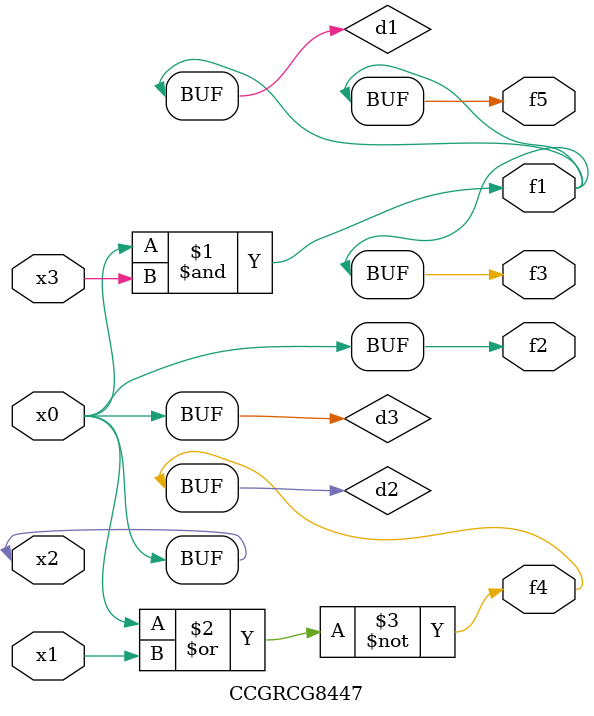
<source format=v>
module CCGRCG8447(
	input x0, x1, x2, x3,
	output f1, f2, f3, f4, f5
);

	wire d1, d2, d3;

	and (d1, x2, x3);
	nor (d2, x0, x1);
	buf (d3, x0, x2);
	assign f1 = d1;
	assign f2 = d3;
	assign f3 = d1;
	assign f4 = d2;
	assign f5 = d1;
endmodule

</source>
